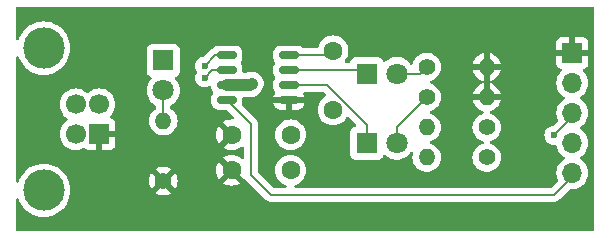
<source format=gtl>
G04 #@! TF.GenerationSoftware,KiCad,Pcbnew,8.0.7*
G04 #@! TF.CreationDate,2025-01-23T22:17:45+09:00*
G04 #@! TF.ProjectId,ch340_silial_release,63683334-305f-4736-996c-69616c5f7265,rev?*
G04 #@! TF.SameCoordinates,Original*
G04 #@! TF.FileFunction,Copper,L1,Top*
G04 #@! TF.FilePolarity,Positive*
%FSLAX46Y46*%
G04 Gerber Fmt 4.6, Leading zero omitted, Abs format (unit mm)*
G04 Created by KiCad (PCBNEW 8.0.7) date 2025-01-23 22:17:45*
%MOMM*%
%LPD*%
G01*
G04 APERTURE LIST*
G04 Aperture macros list*
%AMRoundRect*
0 Rectangle with rounded corners*
0 $1 Rounding radius*
0 $2 $3 $4 $5 $6 $7 $8 $9 X,Y pos of 4 corners*
0 Add a 4 corners polygon primitive as box body*
4,1,4,$2,$3,$4,$5,$6,$7,$8,$9,$2,$3,0*
0 Add four circle primitives for the rounded corners*
1,1,$1+$1,$2,$3*
1,1,$1+$1,$4,$5*
1,1,$1+$1,$6,$7*
1,1,$1+$1,$8,$9*
0 Add four rect primitives between the rounded corners*
20,1,$1+$1,$2,$3,$4,$5,0*
20,1,$1+$1,$4,$5,$6,$7,0*
20,1,$1+$1,$6,$7,$8,$9,0*
20,1,$1+$1,$8,$9,$2,$3,0*%
G04 Aperture macros list end*
G04 #@! TA.AperFunction,ComponentPad*
%ADD10R,1.700000X1.700000*%
G04 #@! TD*
G04 #@! TA.AperFunction,ComponentPad*
%ADD11C,1.700000*%
G04 #@! TD*
G04 #@! TA.AperFunction,ComponentPad*
%ADD12C,3.500000*%
G04 #@! TD*
G04 #@! TA.AperFunction,ComponentPad*
%ADD13C,1.400000*%
G04 #@! TD*
G04 #@! TA.AperFunction,ComponentPad*
%ADD14O,1.400000X1.400000*%
G04 #@! TD*
G04 #@! TA.AperFunction,ComponentPad*
%ADD15C,1.600000*%
G04 #@! TD*
G04 #@! TA.AperFunction,ComponentPad*
%ADD16R,1.800000X1.800000*%
G04 #@! TD*
G04 #@! TA.AperFunction,ComponentPad*
%ADD17C,1.800000*%
G04 #@! TD*
G04 #@! TA.AperFunction,ComponentPad*
%ADD18O,1.700000X1.700000*%
G04 #@! TD*
G04 #@! TA.AperFunction,SMDPad,CuDef*
%ADD19RoundRect,0.150000X-0.675000X-0.150000X0.675000X-0.150000X0.675000X0.150000X-0.675000X0.150000X0*%
G04 #@! TD*
G04 #@! TA.AperFunction,ViaPad*
%ADD20C,0.600000*%
G04 #@! TD*
G04 #@! TA.AperFunction,Conductor*
%ADD21C,0.200000*%
G04 #@! TD*
G04 #@! TA.AperFunction,Conductor*
%ADD22C,1.000000*%
G04 #@! TD*
G04 APERTURE END LIST*
D10*
X107577500Y-61275000D03*
D11*
X107577500Y-58775000D03*
X105577500Y-58775000D03*
X105577500Y-61275000D03*
D12*
X102867500Y-66045000D03*
X102867500Y-54005000D03*
D13*
X135292800Y-58152266D03*
D14*
X140372800Y-58152266D03*
X140372800Y-55600600D03*
D13*
X135292800Y-55600600D03*
X113000000Y-65252600D03*
D14*
X113000000Y-60172600D03*
D13*
X140372800Y-60703932D03*
D14*
X135292800Y-60703932D03*
D13*
X140372800Y-63255600D03*
D14*
X135292800Y-63255600D03*
D15*
X123772000Y-64341000D03*
X118772000Y-64341000D03*
X123772000Y-61341000D03*
X118772000Y-61341000D03*
X127368000Y-54229000D03*
X127368000Y-59229000D03*
D16*
X130212800Y-56159400D03*
D17*
X132752800Y-56159400D03*
D16*
X130212800Y-62052200D03*
D17*
X132752800Y-62052200D03*
D10*
X147623900Y-54413200D03*
D18*
X147623900Y-56953200D03*
X147623900Y-59493200D03*
X147623900Y-62033200D03*
X147623900Y-64573200D03*
D19*
X118375000Y-54600000D03*
X118375000Y-55870000D03*
X118375000Y-57140000D03*
X118375000Y-58410000D03*
X123625000Y-58410000D03*
X123625000Y-57140000D03*
X123625000Y-55870000D03*
X123625000Y-54600000D03*
D16*
X113000000Y-55041800D03*
D17*
X113000000Y-57581800D03*
D20*
X146062400Y-61391800D03*
X120500000Y-57005000D03*
X116500000Y-55505000D03*
X116500000Y-56505000D03*
D21*
X146084000Y-66421000D02*
X148000000Y-64505000D01*
X120408400Y-64744600D02*
X122084800Y-66421000D01*
X120408400Y-60443400D02*
X120408400Y-64744600D01*
X122084800Y-66421000D02*
X146084000Y-66421000D01*
X118375000Y-58410000D02*
X120408400Y-60443400D01*
X113000000Y-60172600D02*
X113000000Y-57581800D01*
X146062400Y-61362600D02*
X148000000Y-59425000D01*
X146062400Y-61391800D02*
X146062400Y-61362600D01*
X132752800Y-60692266D02*
X135292800Y-58152266D01*
X132752800Y-62052200D02*
X132752800Y-60692266D01*
X134734000Y-56159400D02*
X135292800Y-55600600D01*
X132752800Y-56159400D02*
X134734000Y-56159400D01*
X130212800Y-60518165D02*
X130212800Y-62052200D01*
X126834635Y-57140000D02*
X130212800Y-60518165D01*
X123625000Y-57140000D02*
X126834635Y-57140000D01*
X129923400Y-55870000D02*
X130212800Y-56159400D01*
X123625000Y-55870000D02*
X129923400Y-55870000D01*
X126997000Y-54600000D02*
X127368000Y-54229000D01*
X123625000Y-54600000D02*
X126997000Y-54600000D01*
D22*
X118375000Y-57140000D02*
X120365000Y-57140000D01*
X120365000Y-57140000D02*
X120500000Y-57005000D01*
D21*
X118375000Y-54600000D02*
X118570552Y-54600000D01*
X118570552Y-54600000D02*
X117405000Y-54600000D01*
X117405000Y-54600000D02*
X116500000Y-55505000D01*
X117135000Y-55870000D02*
X116500000Y-56505000D01*
X118375000Y-55870000D02*
X117135000Y-55870000D01*
G04 #@! TA.AperFunction,Conductor*
G36*
X149442539Y-50520185D02*
G01*
X149488294Y-50572989D01*
X149499500Y-50624500D01*
X149499500Y-69375500D01*
X149479815Y-69442539D01*
X149427011Y-69488294D01*
X149375500Y-69499500D01*
X100624500Y-69499500D01*
X100557461Y-69479815D01*
X100511706Y-69427011D01*
X100500500Y-69375500D01*
X100500500Y-66824418D01*
X100520185Y-66757379D01*
X100572989Y-66711624D01*
X100642147Y-66701680D01*
X100705703Y-66730705D01*
X100741919Y-66784559D01*
X100783849Y-66908080D01*
X100914325Y-67172660D01*
X100914329Y-67172667D01*
X101078225Y-67417955D01*
X101272741Y-67639758D01*
X101494543Y-67834273D01*
X101739835Y-67998172D01*
X102004423Y-68128652D01*
X102283778Y-68223481D01*
X102573120Y-68281034D01*
X102601388Y-68282886D01*
X102867493Y-68300329D01*
X102867500Y-68300329D01*
X102867507Y-68300329D01*
X103103175Y-68284881D01*
X103161880Y-68281034D01*
X103451222Y-68223481D01*
X103730577Y-68128652D01*
X103995165Y-67998172D01*
X104240457Y-67834273D01*
X104462258Y-67639758D01*
X104656773Y-67417957D01*
X104820672Y-67172665D01*
X104951152Y-66908077D01*
X105045981Y-66628722D01*
X105103534Y-66339380D01*
X105108771Y-66259480D01*
X112346671Y-66259480D01*
X112462823Y-66331398D01*
X112462824Y-66331399D01*
X112670195Y-66411734D01*
X112888807Y-66452600D01*
X113111193Y-66452600D01*
X113329804Y-66411734D01*
X113537177Y-66331398D01*
X113537178Y-66331397D01*
X113653327Y-66259480D01*
X113000001Y-65606154D01*
X113000000Y-65606154D01*
X112346671Y-66259480D01*
X105108771Y-66259480D01*
X105122829Y-66045000D01*
X105122829Y-66044992D01*
X105103535Y-65750636D01*
X105103534Y-65750620D01*
X105045981Y-65461278D01*
X104975143Y-65252599D01*
X111794859Y-65252599D01*
X111794859Y-65252600D01*
X111815378Y-65474039D01*
X111876240Y-65687950D01*
X111975364Y-65887019D01*
X111975366Y-65887021D01*
X111991138Y-65907906D01*
X112646446Y-65252600D01*
X112646446Y-65252599D01*
X112600369Y-65206522D01*
X112650000Y-65206522D01*
X112650000Y-65298678D01*
X112673852Y-65387695D01*
X112719930Y-65467505D01*
X112785095Y-65532670D01*
X112864905Y-65578748D01*
X112953922Y-65602600D01*
X113046078Y-65602600D01*
X113135095Y-65578748D01*
X113214905Y-65532670D01*
X113280070Y-65467505D01*
X113326148Y-65387695D01*
X113350000Y-65298678D01*
X113350000Y-65252599D01*
X113353554Y-65252599D01*
X113353554Y-65252600D01*
X114008860Y-65907906D01*
X114008861Y-65907906D01*
X114024631Y-65887025D01*
X114024632Y-65887022D01*
X114123759Y-65687950D01*
X114184621Y-65474039D01*
X114205141Y-65252600D01*
X114205141Y-65252599D01*
X114184621Y-65031160D01*
X114123759Y-64817249D01*
X114024633Y-64618177D01*
X114024631Y-64618174D01*
X114008860Y-64597291D01*
X113353554Y-65252599D01*
X113350000Y-65252599D01*
X113350000Y-65206522D01*
X113326148Y-65117505D01*
X113280070Y-65037695D01*
X113214905Y-64972530D01*
X113135095Y-64926452D01*
X113046078Y-64902600D01*
X112953922Y-64902600D01*
X112864905Y-64926452D01*
X112785095Y-64972530D01*
X112719930Y-65037695D01*
X112673852Y-65117505D01*
X112650000Y-65206522D01*
X112600369Y-65206522D01*
X111991138Y-64597291D01*
X111991137Y-64597291D01*
X111975369Y-64618171D01*
X111876240Y-64817249D01*
X111815378Y-65031160D01*
X111794859Y-65252599D01*
X104975143Y-65252599D01*
X104951152Y-65181923D01*
X104820672Y-64917336D01*
X104656773Y-64672043D01*
X104591217Y-64597291D01*
X104462258Y-64450241D01*
X104240455Y-64255725D01*
X104225478Y-64245718D01*
X112346671Y-64245718D01*
X113000000Y-64899046D01*
X113000001Y-64899046D01*
X113653327Y-64245718D01*
X113653326Y-64245717D01*
X113537181Y-64173803D01*
X113537175Y-64173800D01*
X113329804Y-64093465D01*
X113111193Y-64052600D01*
X112888807Y-64052600D01*
X112670195Y-64093465D01*
X112462824Y-64173800D01*
X112462818Y-64173804D01*
X112346672Y-64245717D01*
X112346671Y-64245718D01*
X104225478Y-64245718D01*
X103995167Y-64091829D01*
X103995160Y-64091825D01*
X103730580Y-63961349D01*
X103451230Y-63866521D01*
X103451224Y-63866519D01*
X103451222Y-63866519D01*
X103161880Y-63808966D01*
X103161873Y-63808965D01*
X103161863Y-63808964D01*
X102867507Y-63789671D01*
X102867493Y-63789671D01*
X102573136Y-63808964D01*
X102573124Y-63808965D01*
X102573120Y-63808966D01*
X102573112Y-63808967D01*
X102573109Y-63808968D01*
X102283783Y-63866518D01*
X102283769Y-63866521D01*
X102004419Y-63961349D01*
X101739834Y-64091828D01*
X101494541Y-64255728D01*
X101272741Y-64450241D01*
X101078228Y-64672041D01*
X100914328Y-64917334D01*
X100783849Y-65181919D01*
X100741919Y-65305440D01*
X100701730Y-65362594D01*
X100637021Y-65388947D01*
X100568336Y-65376132D01*
X100517483Y-65328218D01*
X100500500Y-65265581D01*
X100500500Y-58774999D01*
X104221841Y-58774999D01*
X104221841Y-58775000D01*
X104242436Y-59010403D01*
X104242438Y-59010413D01*
X104303594Y-59238655D01*
X104303596Y-59238659D01*
X104303597Y-59238663D01*
X104388410Y-59420544D01*
X104403465Y-59452830D01*
X104403467Y-59452834D01*
X104463037Y-59537908D01*
X104539001Y-59646396D01*
X104539006Y-59646402D01*
X104706097Y-59813493D01*
X104706103Y-59813498D01*
X104863095Y-59923425D01*
X104906720Y-59978002D01*
X104913914Y-60047500D01*
X104882391Y-60109855D01*
X104863095Y-60126575D01*
X104706097Y-60236505D01*
X104539005Y-60403597D01*
X104403465Y-60597169D01*
X104403464Y-60597171D01*
X104303598Y-60811335D01*
X104303594Y-60811344D01*
X104242438Y-61039586D01*
X104242436Y-61039596D01*
X104221841Y-61274999D01*
X104221841Y-61275000D01*
X104242436Y-61510403D01*
X104242438Y-61510413D01*
X104303594Y-61738655D01*
X104303596Y-61738659D01*
X104303597Y-61738663D01*
X104341941Y-61820891D01*
X104403465Y-61952830D01*
X104403467Y-61952834D01*
X104473049Y-62052206D01*
X104539005Y-62146401D01*
X104706099Y-62313495D01*
X104782635Y-62367086D01*
X104899665Y-62449032D01*
X104899667Y-62449033D01*
X104899670Y-62449035D01*
X105113837Y-62548903D01*
X105342092Y-62610063D01*
X105512819Y-62625000D01*
X105577499Y-62630659D01*
X105577500Y-62630659D01*
X105577501Y-62630659D01*
X105623516Y-62626633D01*
X105812908Y-62610063D01*
X106041163Y-62548903D01*
X106232444Y-62459707D01*
X106301522Y-62449215D01*
X106365306Y-62477735D01*
X106369346Y-62481467D01*
X106485406Y-62568350D01*
X106485413Y-62568354D01*
X106620120Y-62618596D01*
X106620127Y-62618598D01*
X106679655Y-62624999D01*
X106679672Y-62625000D01*
X107327500Y-62625000D01*
X107327500Y-61661823D01*
X107399947Y-61703651D01*
X107516940Y-61735000D01*
X107638060Y-61735000D01*
X107755053Y-61703651D01*
X107827500Y-61661823D01*
X107827500Y-62625000D01*
X108475328Y-62625000D01*
X108475344Y-62624999D01*
X108534872Y-62618598D01*
X108534879Y-62618596D01*
X108669586Y-62568354D01*
X108669593Y-62568350D01*
X108784687Y-62482190D01*
X108784690Y-62482187D01*
X108870850Y-62367093D01*
X108870854Y-62367086D01*
X108921096Y-62232379D01*
X108921098Y-62232372D01*
X108927499Y-62172844D01*
X108927500Y-62172827D01*
X108927500Y-61525000D01*
X107964324Y-61525000D01*
X108006151Y-61452553D01*
X108037500Y-61335560D01*
X108037500Y-61214440D01*
X108006151Y-61097447D01*
X107964324Y-61025000D01*
X108927500Y-61025000D01*
X108927500Y-60377172D01*
X108927499Y-60377155D01*
X108921098Y-60317627D01*
X108921096Y-60317620D01*
X108870854Y-60182913D01*
X108870850Y-60182906D01*
X108784690Y-60067812D01*
X108784687Y-60067809D01*
X108669593Y-59981649D01*
X108669586Y-59981645D01*
X108567162Y-59943444D01*
X108511228Y-59901573D01*
X108486811Y-59836109D01*
X108501662Y-59767836D01*
X108522808Y-59739587D01*
X108615995Y-59646401D01*
X108751535Y-59452830D01*
X108851403Y-59238663D01*
X108912563Y-59010408D01*
X108933159Y-58775000D01*
X108912563Y-58539592D01*
X108855004Y-58324775D01*
X108851405Y-58311344D01*
X108851404Y-58311343D01*
X108851403Y-58311337D01*
X108751535Y-58097171D01*
X108750164Y-58095212D01*
X108615994Y-57903597D01*
X108448902Y-57736506D01*
X108448895Y-57736501D01*
X108420676Y-57716742D01*
X108396538Y-57699840D01*
X108255334Y-57600967D01*
X108255330Y-57600965D01*
X108255328Y-57600964D01*
X108214216Y-57581793D01*
X111594700Y-57581793D01*
X111594700Y-57581806D01*
X111613864Y-57813097D01*
X111613866Y-57813108D01*
X111670842Y-58038100D01*
X111764075Y-58250648D01*
X111891016Y-58444947D01*
X111891019Y-58444951D01*
X111891021Y-58444953D01*
X112048216Y-58615713D01*
X112048219Y-58615715D01*
X112048222Y-58615718D01*
X112231365Y-58758264D01*
X112231372Y-58758268D01*
X112231374Y-58758270D01*
X112284383Y-58786957D01*
X112334517Y-58814088D01*
X112384108Y-58863307D01*
X112399500Y-58923143D01*
X112399500Y-59063354D01*
X112379815Y-59130393D01*
X112340778Y-59168781D01*
X112273436Y-59210477D01*
X112109020Y-59360361D01*
X111974943Y-59537908D01*
X111974938Y-59537916D01*
X111875775Y-59737061D01*
X111875769Y-59737076D01*
X111814885Y-59951062D01*
X111814884Y-59951064D01*
X111794357Y-60172599D01*
X111794357Y-60172600D01*
X111814884Y-60394135D01*
X111814885Y-60394137D01*
X111875769Y-60608123D01*
X111875775Y-60608138D01*
X111974938Y-60807283D01*
X111974943Y-60807291D01*
X112109020Y-60984838D01*
X112273437Y-61134723D01*
X112273439Y-61134725D01*
X112462595Y-61251845D01*
X112462596Y-61251845D01*
X112462599Y-61251847D01*
X112670060Y-61332218D01*
X112888757Y-61373100D01*
X112888759Y-61373100D01*
X113111241Y-61373100D01*
X113111243Y-61373100D01*
X113329940Y-61332218D01*
X113537401Y-61251847D01*
X113726562Y-61134724D01*
X113890981Y-60984836D01*
X114025058Y-60807289D01*
X114124229Y-60608128D01*
X114185115Y-60394136D01*
X114205643Y-60172600D01*
X114185115Y-59951064D01*
X114124229Y-59737072D01*
X114120017Y-59728613D01*
X114025061Y-59537916D01*
X114025056Y-59537908D01*
X113890979Y-59360361D01*
X113726563Y-59210477D01*
X113726562Y-59210476D01*
X113659221Y-59168780D01*
X113612587Y-59116753D01*
X113600500Y-59063354D01*
X113600500Y-58923143D01*
X113620185Y-58856104D01*
X113665483Y-58814088D01*
X113768626Y-58758270D01*
X113951784Y-58615713D01*
X114108979Y-58444953D01*
X114235924Y-58250649D01*
X114329157Y-58038100D01*
X114386134Y-57813105D01*
X114386316Y-57810908D01*
X114405300Y-57581806D01*
X114405300Y-57581793D01*
X114386135Y-57350502D01*
X114386133Y-57350491D01*
X114329157Y-57125499D01*
X114235924Y-56912951D01*
X114108983Y-56718652D01*
X114108980Y-56718649D01*
X114108979Y-56718647D01*
X114014195Y-56615684D01*
X113983275Y-56553032D01*
X113991135Y-56483606D01*
X114035283Y-56429451D01*
X114062095Y-56415522D01*
X114070198Y-56412500D01*
X114142331Y-56385596D01*
X114257546Y-56299346D01*
X114343796Y-56184131D01*
X114394091Y-56049283D01*
X114400500Y-55989673D01*
X114400500Y-55504996D01*
X115694435Y-55504996D01*
X115694435Y-55505003D01*
X115714630Y-55684249D01*
X115714633Y-55684262D01*
X115774209Y-55854520D01*
X115827309Y-55939029D01*
X115846309Y-56006266D01*
X115827309Y-56070971D01*
X115774209Y-56155479D01*
X115714633Y-56325737D01*
X115714630Y-56325750D01*
X115694435Y-56504996D01*
X115694435Y-56505003D01*
X115714630Y-56684249D01*
X115714631Y-56684254D01*
X115774211Y-56854523D01*
X115845777Y-56968419D01*
X115870184Y-57007262D01*
X115997738Y-57134816D01*
X116052076Y-57168959D01*
X116141094Y-57224893D01*
X116150478Y-57230789D01*
X116288649Y-57279137D01*
X116320745Y-57290368D01*
X116320750Y-57290369D01*
X116499996Y-57310565D01*
X116500000Y-57310565D01*
X116500004Y-57310565D01*
X116679249Y-57290369D01*
X116679252Y-57290368D01*
X116679255Y-57290368D01*
X116849522Y-57230789D01*
X116849524Y-57230788D01*
X116859527Y-57224503D01*
X116926764Y-57205502D01*
X116993599Y-57225869D01*
X117038814Y-57279137D01*
X117049500Y-57329496D01*
X117049500Y-57355701D01*
X117052401Y-57392567D01*
X117052402Y-57392573D01*
X117098254Y-57550393D01*
X117098255Y-57550396D01*
X117098256Y-57550398D01*
X117116823Y-57581793D01*
X117181917Y-57691862D01*
X117186702Y-57698031D01*
X117184256Y-57699927D01*
X117210857Y-57748642D01*
X117205873Y-57818334D01*
X117185069Y-57850703D01*
X117186702Y-57851969D01*
X117181917Y-57858137D01*
X117098255Y-57999603D01*
X117098254Y-57999606D01*
X117052402Y-58157426D01*
X117052401Y-58157432D01*
X117049500Y-58194298D01*
X117049500Y-58625701D01*
X117052401Y-58662567D01*
X117052402Y-58662573D01*
X117098254Y-58820393D01*
X117098255Y-58820396D01*
X117098256Y-58820398D01*
X117104615Y-58831150D01*
X117181917Y-58961862D01*
X117181923Y-58961870D01*
X117298129Y-59078076D01*
X117298133Y-59078079D01*
X117298135Y-59078081D01*
X117439602Y-59161744D01*
X117481224Y-59173836D01*
X117597426Y-59207597D01*
X117597429Y-59207597D01*
X117597431Y-59207598D01*
X117634306Y-59210500D01*
X118274903Y-59210500D01*
X118341942Y-59230185D01*
X118362584Y-59246819D01*
X118947310Y-59831545D01*
X118980795Y-59892868D01*
X118975811Y-59962560D01*
X118933939Y-60018493D01*
X118868475Y-60042910D01*
X118848823Y-60042754D01*
X118772004Y-60036034D01*
X118771998Y-60036034D01*
X118545400Y-60055858D01*
X118545389Y-60055860D01*
X118325682Y-60114730D01*
X118325673Y-60114734D01*
X118119516Y-60210866D01*
X118119512Y-60210868D01*
X118046526Y-60261973D01*
X118046526Y-60261974D01*
X118725553Y-60941000D01*
X118719339Y-60941000D01*
X118617606Y-60968259D01*
X118526394Y-61020920D01*
X118451920Y-61095394D01*
X118399259Y-61186606D01*
X118372000Y-61288339D01*
X118372000Y-61294552D01*
X117692974Y-60615526D01*
X117692973Y-60615526D01*
X117641868Y-60688512D01*
X117641866Y-60688516D01*
X117545734Y-60894673D01*
X117545730Y-60894682D01*
X117486860Y-61114389D01*
X117486858Y-61114400D01*
X117467034Y-61340997D01*
X117467034Y-61341002D01*
X117486858Y-61567599D01*
X117486860Y-61567610D01*
X117545730Y-61787317D01*
X117545735Y-61787331D01*
X117641863Y-61993478D01*
X117692974Y-62066472D01*
X118372000Y-61387446D01*
X118372000Y-61393661D01*
X118399259Y-61495394D01*
X118451920Y-61586606D01*
X118526394Y-61661080D01*
X118617606Y-61713741D01*
X118719339Y-61741000D01*
X118725552Y-61741000D01*
X118046526Y-62420025D01*
X118119513Y-62471132D01*
X118119521Y-62471136D01*
X118325668Y-62567264D01*
X118325682Y-62567269D01*
X118545389Y-62626139D01*
X118545400Y-62626141D01*
X118771998Y-62645966D01*
X118772002Y-62645966D01*
X118998599Y-62626141D01*
X118998610Y-62626139D01*
X119218317Y-62567269D01*
X119218326Y-62567265D01*
X119424482Y-62471134D01*
X119612776Y-62339288D01*
X119678982Y-62316961D01*
X119746749Y-62333971D01*
X119794563Y-62384919D01*
X119807900Y-62440863D01*
X119807900Y-63241136D01*
X119788215Y-63308175D01*
X119735411Y-63353930D01*
X119666253Y-63363874D01*
X119612776Y-63342711D01*
X119424482Y-63210866D01*
X119218326Y-63114734D01*
X119218317Y-63114730D01*
X118998610Y-63055860D01*
X118998599Y-63055858D01*
X118772002Y-63036034D01*
X118771998Y-63036034D01*
X118545400Y-63055858D01*
X118545389Y-63055860D01*
X118325682Y-63114730D01*
X118325673Y-63114734D01*
X118119516Y-63210866D01*
X118119512Y-63210868D01*
X118046526Y-63261973D01*
X118046526Y-63261974D01*
X118725554Y-63941000D01*
X118719339Y-63941000D01*
X118617606Y-63968259D01*
X118526394Y-64020920D01*
X118451920Y-64095394D01*
X118399259Y-64186606D01*
X118372000Y-64288339D01*
X118372000Y-64294552D01*
X117692974Y-63615526D01*
X117692973Y-63615526D01*
X117641868Y-63688512D01*
X117641866Y-63688516D01*
X117545734Y-63894673D01*
X117545730Y-63894682D01*
X117486860Y-64114389D01*
X117486858Y-64114400D01*
X117467034Y-64340997D01*
X117467034Y-64341002D01*
X117486858Y-64567599D01*
X117486860Y-64567610D01*
X117545730Y-64787317D01*
X117545735Y-64787331D01*
X117641863Y-64993478D01*
X117692974Y-65066472D01*
X118372000Y-64387446D01*
X118372000Y-64393661D01*
X118399259Y-64495394D01*
X118451920Y-64586606D01*
X118526394Y-64661080D01*
X118617606Y-64713741D01*
X118719339Y-64741000D01*
X118725553Y-64741000D01*
X118046526Y-65420025D01*
X118119513Y-65471132D01*
X118119521Y-65471136D01*
X118325668Y-65567264D01*
X118325682Y-65567269D01*
X118545389Y-65626139D01*
X118545400Y-65626141D01*
X118771998Y-65645966D01*
X118772002Y-65645966D01*
X118998599Y-65626141D01*
X118998610Y-65626139D01*
X119218317Y-65567269D01*
X119218331Y-65567264D01*
X119424478Y-65471136D01*
X119497471Y-65420024D01*
X118818447Y-64741000D01*
X118824661Y-64741000D01*
X118926394Y-64713741D01*
X119017606Y-64661080D01*
X119092080Y-64586606D01*
X119144741Y-64495394D01*
X119172000Y-64393661D01*
X119172000Y-64387446D01*
X119861649Y-65077097D01*
X119890090Y-65082813D01*
X119920919Y-65108782D01*
X119922133Y-65107569D01*
X120046749Y-65232185D01*
X120046754Y-65232189D01*
X121716084Y-66901520D01*
X121716086Y-66901521D01*
X121716090Y-66901524D01*
X121853009Y-66980573D01*
X121853016Y-66980577D01*
X122005743Y-67021501D01*
X122005745Y-67021501D01*
X122171454Y-67021501D01*
X122171470Y-67021500D01*
X145997331Y-67021500D01*
X145997347Y-67021501D01*
X146004943Y-67021501D01*
X146163054Y-67021501D01*
X146163057Y-67021501D01*
X146315785Y-66980577D01*
X146365904Y-66951639D01*
X146452716Y-66901520D01*
X146564520Y-66789716D01*
X146564520Y-66789714D01*
X146574728Y-66779507D01*
X146574730Y-66779504D01*
X147400462Y-65953771D01*
X147461783Y-65920288D01*
X147498944Y-65917926D01*
X147623900Y-65928859D01*
X147859308Y-65908263D01*
X148087563Y-65847103D01*
X148301730Y-65747235D01*
X148495301Y-65611695D01*
X148662395Y-65444601D01*
X148797935Y-65251030D01*
X148897803Y-65036863D01*
X148958963Y-64808608D01*
X148979559Y-64573200D01*
X148958963Y-64337792D01*
X148897803Y-64109537D01*
X148797935Y-63895371D01*
X148797447Y-63894673D01*
X148662394Y-63701797D01*
X148495302Y-63534706D01*
X148495296Y-63534701D01*
X148309742Y-63404775D01*
X148266117Y-63350198D01*
X148258923Y-63280700D01*
X148290446Y-63218345D01*
X148309742Y-63201625D01*
X148433835Y-63114734D01*
X148495301Y-63071695D01*
X148662395Y-62904601D01*
X148797935Y-62711030D01*
X148897803Y-62496863D01*
X148958963Y-62268608D01*
X148979559Y-62033200D01*
X148958963Y-61797792D01*
X148898210Y-61571055D01*
X148897805Y-61569544D01*
X148897804Y-61569543D01*
X148897803Y-61569537D01*
X148797935Y-61355371D01*
X148787873Y-61341000D01*
X148662394Y-61161797D01*
X148495302Y-60994706D01*
X148495296Y-60994701D01*
X148309742Y-60864775D01*
X148266117Y-60810198D01*
X148258923Y-60740700D01*
X148290446Y-60678345D01*
X148309742Y-60661625D01*
X148386143Y-60608128D01*
X148495301Y-60531695D01*
X148662395Y-60364601D01*
X148797935Y-60171030D01*
X148897803Y-59956863D01*
X148958963Y-59728608D01*
X148979559Y-59493200D01*
X148958963Y-59257792D01*
X148897803Y-59029537D01*
X148797935Y-58815371D01*
X148778040Y-58786957D01*
X148662394Y-58621797D01*
X148495302Y-58454706D01*
X148495296Y-58454701D01*
X148309742Y-58324775D01*
X148266117Y-58270198D01*
X148258923Y-58200700D01*
X148290446Y-58138345D01*
X148309742Y-58121625D01*
X148346737Y-58095721D01*
X148495301Y-57991695D01*
X148662395Y-57824601D01*
X148797935Y-57631030D01*
X148897803Y-57416863D01*
X148958963Y-57188608D01*
X148979559Y-56953200D01*
X148958963Y-56717792D01*
X148897803Y-56489537D01*
X148797935Y-56275371D01*
X148769869Y-56235289D01*
X148662396Y-56081800D01*
X148616545Y-56035949D01*
X148540079Y-55959483D01*
X148506596Y-55898163D01*
X148511580Y-55828471D01*
X148553451Y-55772537D01*
X148584429Y-55755622D01*
X148715986Y-55706554D01*
X148715993Y-55706550D01*
X148831087Y-55620390D01*
X148831090Y-55620387D01*
X148917250Y-55505293D01*
X148917254Y-55505286D01*
X148967496Y-55370579D01*
X148967498Y-55370572D01*
X148973899Y-55311044D01*
X148973900Y-55311027D01*
X148973900Y-54663200D01*
X148056912Y-54663200D01*
X148089825Y-54606193D01*
X148123900Y-54479026D01*
X148123900Y-54347374D01*
X148089825Y-54220207D01*
X148056912Y-54163200D01*
X148973900Y-54163200D01*
X148973900Y-53515372D01*
X148973899Y-53515355D01*
X148967498Y-53455827D01*
X148967496Y-53455820D01*
X148917254Y-53321113D01*
X148917250Y-53321106D01*
X148831090Y-53206012D01*
X148831087Y-53206009D01*
X148715993Y-53119849D01*
X148715986Y-53119845D01*
X148581279Y-53069603D01*
X148581272Y-53069601D01*
X148521744Y-53063200D01*
X147873900Y-53063200D01*
X147873900Y-53980188D01*
X147816893Y-53947275D01*
X147689726Y-53913200D01*
X147558074Y-53913200D01*
X147430907Y-53947275D01*
X147373900Y-53980188D01*
X147373900Y-53063200D01*
X146726055Y-53063200D01*
X146666527Y-53069601D01*
X146666520Y-53069603D01*
X146531813Y-53119845D01*
X146531806Y-53119849D01*
X146416712Y-53206009D01*
X146416709Y-53206012D01*
X146330549Y-53321106D01*
X146330545Y-53321113D01*
X146280303Y-53455820D01*
X146280301Y-53455827D01*
X146273900Y-53515355D01*
X146273900Y-54163200D01*
X147190888Y-54163200D01*
X147157975Y-54220207D01*
X147123900Y-54347374D01*
X147123900Y-54479026D01*
X147157975Y-54606193D01*
X147190888Y-54663200D01*
X146273900Y-54663200D01*
X146273900Y-55311044D01*
X146280301Y-55370572D01*
X146280303Y-55370579D01*
X146330545Y-55505286D01*
X146330549Y-55505293D01*
X146416709Y-55620387D01*
X146416712Y-55620390D01*
X146531806Y-55706550D01*
X146531813Y-55706554D01*
X146663370Y-55755621D01*
X146719303Y-55797492D01*
X146743721Y-55862956D01*
X146728870Y-55931229D01*
X146707719Y-55959484D01*
X146585403Y-56081800D01*
X146449865Y-56275369D01*
X146449864Y-56275371D01*
X146349998Y-56489535D01*
X146349994Y-56489544D01*
X146288838Y-56717786D01*
X146288836Y-56717796D01*
X146268241Y-56953199D01*
X146268241Y-56953200D01*
X146288836Y-57188603D01*
X146288838Y-57188613D01*
X146349994Y-57416855D01*
X146349996Y-57416859D01*
X146349997Y-57416863D01*
X146435845Y-57600964D01*
X146449865Y-57631030D01*
X146449867Y-57631034D01*
X146523719Y-57736505D01*
X146577355Y-57813105D01*
X146585401Y-57824595D01*
X146585406Y-57824602D01*
X146752497Y-57991693D01*
X146752503Y-57991698D01*
X146938058Y-58121625D01*
X146981683Y-58176202D01*
X146988877Y-58245700D01*
X146957354Y-58308055D01*
X146938058Y-58324775D01*
X146752497Y-58454705D01*
X146585405Y-58621797D01*
X146449865Y-58815369D01*
X146449864Y-58815371D01*
X146349998Y-59029535D01*
X146349994Y-59029544D01*
X146288838Y-59257786D01*
X146288836Y-59257796D01*
X146268241Y-59493199D01*
X146268241Y-59493200D01*
X146288836Y-59728603D01*
X146288838Y-59728613D01*
X146349994Y-59956855D01*
X146349996Y-59956859D01*
X146349997Y-59956863D01*
X146396159Y-60055858D01*
X146398818Y-60061560D01*
X146409310Y-60130638D01*
X146380790Y-60194422D01*
X146374117Y-60201646D01*
X146010957Y-60564806D01*
X145949634Y-60598291D01*
X145937162Y-60600345D01*
X145883145Y-60606432D01*
X145712878Y-60666010D01*
X145560137Y-60761984D01*
X145432584Y-60889537D01*
X145336611Y-61042276D01*
X145277031Y-61212545D01*
X145277030Y-61212550D01*
X145256835Y-61391796D01*
X145256835Y-61391803D01*
X145277030Y-61571049D01*
X145277031Y-61571054D01*
X145336611Y-61741323D01*
X145386610Y-61820895D01*
X145432584Y-61894062D01*
X145560138Y-62021616D01*
X145712878Y-62117589D01*
X145870739Y-62172827D01*
X145883145Y-62177168D01*
X145883150Y-62177169D01*
X146062396Y-62197365D01*
X146062400Y-62197365D01*
X146062402Y-62197365D01*
X146120652Y-62190801D01*
X146157631Y-62186635D01*
X146226453Y-62198689D01*
X146277832Y-62246038D01*
X146291289Y-62277760D01*
X146292829Y-62283505D01*
X146349994Y-62496855D01*
X146349996Y-62496859D01*
X146349997Y-62496863D01*
X146410510Y-62626633D01*
X146449865Y-62711030D01*
X146449867Y-62711034D01*
X146585401Y-62904595D01*
X146585406Y-62904602D01*
X146752497Y-63071693D01*
X146752503Y-63071698D01*
X146938058Y-63201625D01*
X146981683Y-63256202D01*
X146988877Y-63325700D01*
X146957354Y-63388055D01*
X146938058Y-63404775D01*
X146752497Y-63534705D01*
X146585405Y-63701797D01*
X146449865Y-63895369D01*
X146449864Y-63895371D01*
X146349998Y-64109535D01*
X146349994Y-64109544D01*
X146288838Y-64337786D01*
X146288836Y-64337796D01*
X146268241Y-64573199D01*
X146268241Y-64573200D01*
X146288836Y-64808603D01*
X146288838Y-64808613D01*
X146349994Y-65036855D01*
X146349996Y-65036859D01*
X146349997Y-65036863D01*
X146387601Y-65117505D01*
X146398818Y-65141560D01*
X146409310Y-65210638D01*
X146380790Y-65274422D01*
X146374117Y-65281646D01*
X145871584Y-65784181D01*
X145810261Y-65817666D01*
X145783903Y-65820500D01*
X124217054Y-65820500D01*
X124150015Y-65800815D01*
X124104260Y-65748011D01*
X124094316Y-65678853D01*
X124123341Y-65615297D01*
X124182119Y-65577523D01*
X124184961Y-65576725D01*
X124209119Y-65570251D01*
X124218496Y-65567739D01*
X124424734Y-65471568D01*
X124611139Y-65341047D01*
X124772047Y-65180139D01*
X124902568Y-64993734D01*
X124998739Y-64787496D01*
X125057635Y-64567692D01*
X125077468Y-64341000D01*
X125077187Y-64337792D01*
X125066683Y-64217724D01*
X125057635Y-64114308D01*
X124998739Y-63894504D01*
X124902568Y-63688266D01*
X124772047Y-63501861D01*
X124772045Y-63501858D01*
X124611141Y-63340954D01*
X124424734Y-63210432D01*
X124424732Y-63210431D01*
X124218497Y-63114261D01*
X124218488Y-63114258D01*
X123998697Y-63055366D01*
X123998693Y-63055365D01*
X123998692Y-63055365D01*
X123998691Y-63055364D01*
X123998686Y-63055364D01*
X123772002Y-63035532D01*
X123771998Y-63035532D01*
X123545313Y-63055364D01*
X123545302Y-63055366D01*
X123325511Y-63114258D01*
X123325502Y-63114261D01*
X123119267Y-63210431D01*
X123119265Y-63210432D01*
X122932858Y-63340954D01*
X122771954Y-63501858D01*
X122641432Y-63688265D01*
X122641431Y-63688267D01*
X122545261Y-63894502D01*
X122545258Y-63894511D01*
X122486366Y-64114302D01*
X122486364Y-64114313D01*
X122466532Y-64340998D01*
X122466532Y-64341001D01*
X122486364Y-64567686D01*
X122486366Y-64567697D01*
X122545258Y-64787488D01*
X122545261Y-64787497D01*
X122641431Y-64993732D01*
X122641432Y-64993734D01*
X122771954Y-65180141D01*
X122932858Y-65341045D01*
X122932861Y-65341047D01*
X123119266Y-65471568D01*
X123325504Y-65567739D01*
X123325509Y-65567740D01*
X123325511Y-65567741D01*
X123359039Y-65576725D01*
X123418700Y-65613090D01*
X123449229Y-65675937D01*
X123440934Y-65745312D01*
X123396449Y-65799190D01*
X123329897Y-65820465D01*
X123326946Y-65820500D01*
X122384898Y-65820500D01*
X122317859Y-65800815D01*
X122297217Y-65784181D01*
X121045219Y-64532183D01*
X121011734Y-64470860D01*
X121008900Y-64444502D01*
X121008900Y-61340998D01*
X122466532Y-61340998D01*
X122466532Y-61341001D01*
X122486364Y-61567686D01*
X122486366Y-61567697D01*
X122545258Y-61787488D01*
X122545261Y-61787497D01*
X122641431Y-61993732D01*
X122641432Y-61993734D01*
X122771954Y-62180141D01*
X122932858Y-62341045D01*
X122932861Y-62341047D01*
X123119266Y-62471568D01*
X123325504Y-62567739D01*
X123545308Y-62626635D01*
X123707230Y-62640801D01*
X123771998Y-62646468D01*
X123772000Y-62646468D01*
X123772002Y-62646468D01*
X123828673Y-62641509D01*
X123998692Y-62626635D01*
X124218496Y-62567739D01*
X124424734Y-62471568D01*
X124611139Y-62341047D01*
X124772047Y-62180139D01*
X124902568Y-61993734D01*
X124998739Y-61787496D01*
X125057635Y-61567692D01*
X125077468Y-61341000D01*
X125077259Y-61338615D01*
X125066230Y-61212550D01*
X125057635Y-61114308D01*
X125007036Y-60925468D01*
X124998741Y-60894511D01*
X124998738Y-60894502D01*
X124984876Y-60864775D01*
X124902568Y-60688266D01*
X124792935Y-60531693D01*
X124772045Y-60501858D01*
X124611141Y-60340954D01*
X124424734Y-60210432D01*
X124424732Y-60210431D01*
X124218497Y-60114261D01*
X124218488Y-60114258D01*
X123998697Y-60055366D01*
X123998693Y-60055365D01*
X123998692Y-60055365D01*
X123998691Y-60055364D01*
X123998686Y-60055364D01*
X123772002Y-60035532D01*
X123771998Y-60035532D01*
X123545313Y-60055364D01*
X123545302Y-60055366D01*
X123325511Y-60114258D01*
X123325502Y-60114261D01*
X123119267Y-60210431D01*
X123119265Y-60210432D01*
X122932858Y-60340954D01*
X122771954Y-60501858D01*
X122641432Y-60688265D01*
X122641431Y-60688267D01*
X122545261Y-60894502D01*
X122545258Y-60894511D01*
X122486366Y-61114302D01*
X122486364Y-61114313D01*
X122466532Y-61340998D01*
X121008900Y-61340998D01*
X121008900Y-60532459D01*
X121008901Y-60532446D01*
X121008901Y-60364345D01*
X121008901Y-60364343D01*
X120967977Y-60211615D01*
X120921237Y-60130659D01*
X120888920Y-60074684D01*
X120777116Y-59962880D01*
X120777115Y-59962879D01*
X120772785Y-59958549D01*
X120772774Y-59958539D01*
X119699746Y-58885511D01*
X119666261Y-58824188D01*
X119668350Y-58763237D01*
X119697598Y-58662569D01*
X119697800Y-58660001D01*
X122302704Y-58660001D01*
X122302899Y-58662486D01*
X122348718Y-58820198D01*
X122432314Y-58961552D01*
X122432321Y-58961561D01*
X122548438Y-59077678D01*
X122548447Y-59077685D01*
X122689803Y-59161282D01*
X122689806Y-59161283D01*
X122847504Y-59207099D01*
X122847510Y-59207100D01*
X122884350Y-59209999D01*
X122884366Y-59210000D01*
X123375000Y-59210000D01*
X123875000Y-59210000D01*
X124365634Y-59210000D01*
X124365649Y-59209999D01*
X124402489Y-59207100D01*
X124402495Y-59207099D01*
X124560193Y-59161283D01*
X124560196Y-59161282D01*
X124701552Y-59077685D01*
X124701561Y-59077678D01*
X124817678Y-58961561D01*
X124817685Y-58961552D01*
X124901281Y-58820198D01*
X124947100Y-58662486D01*
X124947295Y-58660001D01*
X124947295Y-58660000D01*
X123875000Y-58660000D01*
X123875000Y-59210000D01*
X123375000Y-59210000D01*
X123375000Y-58660000D01*
X122302705Y-58660000D01*
X122302704Y-58660001D01*
X119697800Y-58660001D01*
X119700500Y-58625694D01*
X119700500Y-58264500D01*
X119720185Y-58197461D01*
X119772989Y-58151706D01*
X119824500Y-58140500D01*
X120463542Y-58140500D01*
X120482870Y-58136655D01*
X120560188Y-58121275D01*
X120656836Y-58102051D01*
X120737837Y-58068499D01*
X120838914Y-58026632D01*
X121002782Y-57917139D01*
X121142139Y-57777782D01*
X121142141Y-57777778D01*
X121277139Y-57642781D01*
X121386631Y-57478914D01*
X121462051Y-57296836D01*
X121500500Y-57103540D01*
X121500500Y-56906460D01*
X121500500Y-56906457D01*
X121500499Y-56906455D01*
X121484943Y-56828249D01*
X121462051Y-56713164D01*
X121386631Y-56531086D01*
X121386629Y-56531083D01*
X121386627Y-56531079D01*
X121277139Y-56367219D01*
X121277136Y-56367215D01*
X121137784Y-56227863D01*
X121137780Y-56227860D01*
X120973920Y-56118372D01*
X120973910Y-56118367D01*
X120791836Y-56042949D01*
X120791828Y-56042947D01*
X120598543Y-56004500D01*
X120598540Y-56004500D01*
X120401460Y-56004500D01*
X120401457Y-56004500D01*
X120208171Y-56042947D01*
X120208163Y-56042949D01*
X120026086Y-56118368D01*
X120025734Y-56118604D01*
X120025520Y-56118670D01*
X120020716Y-56121239D01*
X120020228Y-56120327D01*
X119959056Y-56139480D01*
X119956846Y-56139500D01*
X119824500Y-56139500D01*
X119757461Y-56119815D01*
X119711706Y-56067011D01*
X119700500Y-56015500D01*
X119700500Y-55654313D01*
X119700499Y-55654298D01*
X119699899Y-55646678D01*
X119697598Y-55617431D01*
X119692463Y-55599758D01*
X119651745Y-55459606D01*
X119651744Y-55459603D01*
X119651744Y-55459602D01*
X119568081Y-55318135D01*
X119568078Y-55318132D01*
X119563298Y-55311969D01*
X119565750Y-55310066D01*
X119539155Y-55261421D01*
X119544104Y-55191726D01*
X119564940Y-55159304D01*
X119563298Y-55158031D01*
X119568075Y-55151870D01*
X119568081Y-55151865D01*
X119651744Y-55010398D01*
X119693092Y-54868080D01*
X119697597Y-54852573D01*
X119697598Y-54852567D01*
X119700499Y-54815701D01*
X119700500Y-54815694D01*
X119700500Y-54384306D01*
X119700499Y-54384298D01*
X122299500Y-54384298D01*
X122299500Y-54815701D01*
X122302401Y-54852567D01*
X122302402Y-54852573D01*
X122348254Y-55010393D01*
X122348255Y-55010396D01*
X122348256Y-55010398D01*
X122382404Y-55068139D01*
X122431917Y-55151862D01*
X122436702Y-55158031D01*
X122434256Y-55159927D01*
X122460857Y-55208642D01*
X122455873Y-55278334D01*
X122435069Y-55310703D01*
X122436702Y-55311969D01*
X122431917Y-55318137D01*
X122348255Y-55459603D01*
X122348254Y-55459606D01*
X122302402Y-55617426D01*
X122302401Y-55617432D01*
X122299500Y-55654298D01*
X122299500Y-56085701D01*
X122302401Y-56122567D01*
X122302402Y-56122573D01*
X122348254Y-56280393D01*
X122348255Y-56280396D01*
X122431917Y-56421862D01*
X122436702Y-56428031D01*
X122434256Y-56429927D01*
X122460857Y-56478642D01*
X122455873Y-56548334D01*
X122435069Y-56580703D01*
X122436702Y-56581969D01*
X122431917Y-56588137D01*
X122348255Y-56729603D01*
X122348254Y-56729606D01*
X122302402Y-56887426D01*
X122302401Y-56887432D01*
X122299500Y-56924298D01*
X122299500Y-57355701D01*
X122302401Y-57392567D01*
X122302402Y-57392573D01*
X122348254Y-57550393D01*
X122348255Y-57550396D01*
X122348256Y-57550398D01*
X122366823Y-57581793D01*
X122431917Y-57691862D01*
X122436702Y-57698031D01*
X122434369Y-57699840D01*
X122461210Y-57748995D01*
X122456226Y-57818687D01*
X122435470Y-57851021D01*
X122437097Y-57852283D01*
X122432313Y-57858449D01*
X122348718Y-57999801D01*
X122302899Y-58157513D01*
X122302704Y-58159998D01*
X122302705Y-58160000D01*
X124947295Y-58160000D01*
X124947295Y-58159998D01*
X124947100Y-58157513D01*
X124901281Y-57999801D01*
X124858594Y-57927621D01*
X124841411Y-57859897D01*
X124863571Y-57793635D01*
X124918037Y-57749871D01*
X124965326Y-57740500D01*
X126534538Y-57740500D01*
X126601577Y-57760185D01*
X126622219Y-57776819D01*
X126745922Y-57900522D01*
X126779407Y-57961845D01*
X126774423Y-58031537D01*
X126732551Y-58087470D01*
X126719667Y-58095212D01*
X126719961Y-58095721D01*
X126715268Y-58098430D01*
X126528858Y-58228954D01*
X126367954Y-58389858D01*
X126237432Y-58576265D01*
X126237431Y-58576267D01*
X126141261Y-58782502D01*
X126141258Y-58782511D01*
X126082366Y-59002302D01*
X126082364Y-59002313D01*
X126062532Y-59228993D01*
X126062532Y-59229001D01*
X126082364Y-59455686D01*
X126082366Y-59455697D01*
X126141258Y-59675488D01*
X126141261Y-59675497D01*
X126237431Y-59881732D01*
X126237432Y-59881734D01*
X126367954Y-60068141D01*
X126528858Y-60229045D01*
X126528861Y-60229047D01*
X126715266Y-60359568D01*
X126921504Y-60455739D01*
X127141308Y-60514635D01*
X127303230Y-60528801D01*
X127367998Y-60534468D01*
X127368000Y-60534468D01*
X127368002Y-60534468D01*
X127424673Y-60529509D01*
X127594692Y-60514635D01*
X127814496Y-60455739D01*
X128020734Y-60359568D01*
X128207139Y-60229047D01*
X128368047Y-60068139D01*
X128498568Y-59881734D01*
X128498572Y-59881725D01*
X128501276Y-59877043D01*
X128503537Y-59878348D01*
X128542336Y-59834072D01*
X128609484Y-59814760D01*
X128676413Y-59834817D01*
X128696476Y-59851077D01*
X129291295Y-60445896D01*
X129324780Y-60507219D01*
X129319796Y-60576911D01*
X129277924Y-60632844D01*
X129216869Y-60656867D01*
X129205316Y-60658109D01*
X129070471Y-60708402D01*
X129070464Y-60708406D01*
X128955255Y-60794652D01*
X128955252Y-60794655D01*
X128869006Y-60909864D01*
X128869002Y-60909871D01*
X128818708Y-61044717D01*
X128812301Y-61104316D01*
X128812300Y-61104335D01*
X128812301Y-63000063D01*
X128812301Y-63000076D01*
X128818708Y-63059683D01*
X128869002Y-63194528D01*
X128869006Y-63194535D01*
X128955252Y-63309744D01*
X128955255Y-63309747D01*
X129070464Y-63395993D01*
X129070471Y-63395997D01*
X129205317Y-63446291D01*
X129205316Y-63446291D01*
X129212244Y-63447035D01*
X129264927Y-63452700D01*
X131160672Y-63452699D01*
X131220283Y-63446291D01*
X131355131Y-63395996D01*
X131470346Y-63309746D01*
X131556596Y-63194531D01*
X131585255Y-63117693D01*
X131627126Y-63061759D01*
X131692590Y-63037341D01*
X131760863Y-63052192D01*
X131792666Y-63077043D01*
X131800102Y-63085120D01*
X131801015Y-63086112D01*
X131801022Y-63086118D01*
X131984165Y-63228664D01*
X131984171Y-63228668D01*
X131984174Y-63228670D01*
X132188297Y-63339136D01*
X132302287Y-63378268D01*
X132407815Y-63414497D01*
X132407817Y-63414497D01*
X132407819Y-63414498D01*
X132636751Y-63452700D01*
X132636752Y-63452700D01*
X132868848Y-63452700D01*
X132868849Y-63452700D01*
X133097781Y-63414498D01*
X133317303Y-63339136D01*
X133521426Y-63228670D01*
X133704584Y-63086113D01*
X133861779Y-62915353D01*
X133910769Y-62840367D01*
X133963915Y-62795010D01*
X134033146Y-62785586D01*
X134096482Y-62815087D01*
X134133814Y-62874147D01*
X134133844Y-62942121D01*
X134107686Y-63034062D01*
X134107684Y-63034068D01*
X134087157Y-63255599D01*
X134087157Y-63255600D01*
X134107684Y-63477135D01*
X134107685Y-63477137D01*
X134168569Y-63691123D01*
X134168575Y-63691138D01*
X134267738Y-63890283D01*
X134267743Y-63890291D01*
X134401820Y-64067838D01*
X134566237Y-64217723D01*
X134566239Y-64217725D01*
X134755395Y-64334845D01*
X134755396Y-64334845D01*
X134755399Y-64334847D01*
X134962860Y-64415218D01*
X135181557Y-64456100D01*
X135181559Y-64456100D01*
X135404041Y-64456100D01*
X135404043Y-64456100D01*
X135622740Y-64415218D01*
X135830201Y-64334847D01*
X136019362Y-64217724D01*
X136183781Y-64067836D01*
X136317858Y-63890289D01*
X136417029Y-63691128D01*
X136477915Y-63477136D01*
X136498443Y-63255600D01*
X136495947Y-63228668D01*
X136477915Y-63034064D01*
X136477914Y-63034062D01*
X136468244Y-63000076D01*
X136417029Y-62820072D01*
X136399857Y-62785586D01*
X136317861Y-62620916D01*
X136317856Y-62620908D01*
X136183779Y-62443361D01*
X136019362Y-62293476D01*
X136019360Y-62293474D01*
X135830204Y-62176354D01*
X135830195Y-62176350D01*
X135746667Y-62143991D01*
X135622740Y-62095982D01*
X135622734Y-62095981D01*
X135621217Y-62095393D01*
X135565815Y-62052820D01*
X135542224Y-61987054D01*
X135557935Y-61918973D01*
X135607959Y-61870194D01*
X135621217Y-61864139D01*
X135622734Y-61863550D01*
X135622740Y-61863550D01*
X135830201Y-61783179D01*
X136019362Y-61666056D01*
X136183781Y-61516168D01*
X136317858Y-61338621D01*
X136417029Y-61139460D01*
X136477915Y-60925468D01*
X136498443Y-60703932D01*
X136498443Y-60703931D01*
X139167157Y-60703931D01*
X139167157Y-60703932D01*
X139187684Y-60925467D01*
X139187685Y-60925469D01*
X139248569Y-61139455D01*
X139248575Y-61139470D01*
X139347738Y-61338615D01*
X139347743Y-61338623D01*
X139481820Y-61516170D01*
X139646237Y-61666055D01*
X139646239Y-61666057D01*
X139835395Y-61783177D01*
X139835396Y-61783177D01*
X139835399Y-61783179D01*
X140042860Y-61863550D01*
X140042865Y-61863550D01*
X140044383Y-61864139D01*
X140099784Y-61906712D01*
X140123375Y-61972479D01*
X140107664Y-62040559D01*
X140057640Y-62089338D01*
X140044383Y-62095393D01*
X140042865Y-62095981D01*
X140042860Y-62095982D01*
X139873358Y-62161647D01*
X139835401Y-62176352D01*
X139835395Y-62176354D01*
X139646239Y-62293474D01*
X139646237Y-62293476D01*
X139481820Y-62443361D01*
X139347743Y-62620908D01*
X139347738Y-62620916D01*
X139248575Y-62820061D01*
X139248569Y-62820076D01*
X139187685Y-63034062D01*
X139187684Y-63034064D01*
X139167157Y-63255599D01*
X139167157Y-63255600D01*
X139187684Y-63477135D01*
X139187685Y-63477137D01*
X139248569Y-63691123D01*
X139248575Y-63691138D01*
X139347738Y-63890283D01*
X139347743Y-63890291D01*
X139481820Y-64067838D01*
X139646237Y-64217723D01*
X139646239Y-64217725D01*
X139835395Y-64334845D01*
X139835396Y-64334845D01*
X139835399Y-64334847D01*
X140042860Y-64415218D01*
X140261557Y-64456100D01*
X140261559Y-64456100D01*
X140484041Y-64456100D01*
X140484043Y-64456100D01*
X140702740Y-64415218D01*
X140910201Y-64334847D01*
X141099362Y-64217724D01*
X141263781Y-64067836D01*
X141397858Y-63890289D01*
X141497029Y-63691128D01*
X141557915Y-63477136D01*
X141578443Y-63255600D01*
X141575947Y-63228668D01*
X141557915Y-63034064D01*
X141557914Y-63034062D01*
X141548244Y-63000076D01*
X141497029Y-62820072D01*
X141479857Y-62785586D01*
X141397861Y-62620916D01*
X141397856Y-62620908D01*
X141263779Y-62443361D01*
X141099362Y-62293476D01*
X141099360Y-62293474D01*
X140910204Y-62176354D01*
X140910195Y-62176350D01*
X140826667Y-62143991D01*
X140702740Y-62095982D01*
X140702734Y-62095981D01*
X140701217Y-62095393D01*
X140645815Y-62052820D01*
X140622224Y-61987054D01*
X140637935Y-61918973D01*
X140687959Y-61870194D01*
X140701217Y-61864139D01*
X140702734Y-61863550D01*
X140702740Y-61863550D01*
X140910201Y-61783179D01*
X141099362Y-61666056D01*
X141263781Y-61516168D01*
X141397858Y-61338621D01*
X141497029Y-61139460D01*
X141557915Y-60925468D01*
X141578443Y-60703932D01*
X141576991Y-60688267D01*
X141557915Y-60482396D01*
X141557914Y-60482394D01*
X141556687Y-60478082D01*
X141497029Y-60268404D01*
X141497024Y-60268393D01*
X141397861Y-60069248D01*
X141397856Y-60069240D01*
X141263779Y-59891693D01*
X141099362Y-59741808D01*
X141099360Y-59741806D01*
X140910204Y-59624686D01*
X140910198Y-59624683D01*
X140783430Y-59575573D01*
X140702740Y-59544314D01*
X140702737Y-59544313D01*
X140700529Y-59543458D01*
X140645128Y-59500885D01*
X140621537Y-59435118D01*
X140637248Y-59367038D01*
X140687272Y-59318259D01*
X140700530Y-59312204D01*
X140909974Y-59231065D01*
X140909979Y-59231063D01*
X141099061Y-59113987D01*
X141263408Y-58964166D01*
X141397431Y-58786691D01*
X141496560Y-58587615D01*
X141549295Y-58402266D01*
X140617775Y-58402266D01*
X140652870Y-58367171D01*
X140698948Y-58287361D01*
X140722800Y-58198344D01*
X140722800Y-58106188D01*
X140698948Y-58017171D01*
X140652870Y-57937361D01*
X140587705Y-57872196D01*
X140507895Y-57826118D01*
X140418878Y-57802266D01*
X140326722Y-57802266D01*
X140237705Y-57826118D01*
X140157895Y-57872196D01*
X140092730Y-57937361D01*
X140046652Y-58017171D01*
X140022800Y-58106188D01*
X140022800Y-58198344D01*
X140046652Y-58287361D01*
X140092730Y-58367171D01*
X140127825Y-58402266D01*
X139196305Y-58402266D01*
X139249039Y-58587615D01*
X139348168Y-58786691D01*
X139482191Y-58964166D01*
X139646538Y-59113987D01*
X139835620Y-59231063D01*
X139835622Y-59231064D01*
X140045070Y-59312204D01*
X140100471Y-59354777D01*
X140124062Y-59420544D01*
X140108351Y-59488624D01*
X140058327Y-59537403D01*
X140045070Y-59543458D01*
X139835401Y-59624683D01*
X139835395Y-59624686D01*
X139646239Y-59741806D01*
X139646237Y-59741808D01*
X139481820Y-59891693D01*
X139347743Y-60069240D01*
X139347738Y-60069248D01*
X139248575Y-60268393D01*
X139248569Y-60268408D01*
X139187685Y-60482394D01*
X139187684Y-60482396D01*
X139167157Y-60703931D01*
X136498443Y-60703931D01*
X136496991Y-60688267D01*
X136477915Y-60482396D01*
X136477914Y-60482394D01*
X136476687Y-60478082D01*
X136417029Y-60268404D01*
X136417024Y-60268393D01*
X136317861Y-60069248D01*
X136317856Y-60069240D01*
X136183779Y-59891693D01*
X136019362Y-59741808D01*
X136019360Y-59741806D01*
X135830204Y-59624686D01*
X135830195Y-59624682D01*
X135737802Y-59588889D01*
X135622740Y-59544314D01*
X135622735Y-59544313D01*
X135621220Y-59543726D01*
X135565818Y-59501153D01*
X135542227Y-59435387D01*
X135557938Y-59367306D01*
X135607962Y-59318527D01*
X135621220Y-59312472D01*
X135622735Y-59311884D01*
X135622740Y-59311884D01*
X135830201Y-59231513D01*
X136019362Y-59114390D01*
X136183781Y-58964502D01*
X136317858Y-58786955D01*
X136417029Y-58587794D01*
X136477915Y-58373802D01*
X136498443Y-58152266D01*
X136493454Y-58098430D01*
X136477915Y-57930730D01*
X136477914Y-57930728D01*
X136470195Y-57903599D01*
X136469816Y-57902266D01*
X139196305Y-57902266D01*
X140122800Y-57902266D01*
X140122800Y-56978211D01*
X140122799Y-56978210D01*
X140622800Y-56978210D01*
X140622800Y-57902266D01*
X141549295Y-57902266D01*
X141496560Y-57716916D01*
X141397431Y-57517840D01*
X141263408Y-57340365D01*
X141099061Y-57190544D01*
X140909979Y-57073468D01*
X140909977Y-57073467D01*
X140699838Y-56992060D01*
X140645521Y-56950320D01*
X140634421Y-56968419D01*
X140630486Y-56971828D01*
X140622800Y-56978210D01*
X140122799Y-56978210D01*
X140115114Y-56971829D01*
X140098651Y-56947357D01*
X140059018Y-56986005D01*
X140045761Y-56992060D01*
X139835622Y-57073467D01*
X139835620Y-57073468D01*
X139646538Y-57190544D01*
X139482191Y-57340365D01*
X139348168Y-57517840D01*
X139249039Y-57716916D01*
X139196305Y-57902266D01*
X136469816Y-57902266D01*
X136417029Y-57716738D01*
X136417024Y-57716727D01*
X136317861Y-57517582D01*
X136317856Y-57517574D01*
X136183779Y-57340027D01*
X136019362Y-57190142D01*
X136019360Y-57190140D01*
X135830204Y-57073020D01*
X135830195Y-57073016D01*
X135737802Y-57037223D01*
X135622740Y-56992648D01*
X135622735Y-56992647D01*
X135621220Y-56992060D01*
X135565818Y-56949487D01*
X135542227Y-56883721D01*
X135557938Y-56815640D01*
X135607962Y-56766861D01*
X135621220Y-56760806D01*
X135622735Y-56760218D01*
X135622740Y-56760218D01*
X135830201Y-56679847D01*
X136019362Y-56562724D01*
X136183781Y-56412836D01*
X136317858Y-56235289D01*
X136417029Y-56036128D01*
X136469816Y-55850600D01*
X139196305Y-55850600D01*
X139249039Y-56035949D01*
X139348168Y-56235025D01*
X139482191Y-56412500D01*
X139646538Y-56562321D01*
X139835620Y-56679397D01*
X139835622Y-56679398D01*
X140045761Y-56760806D01*
X140100076Y-56802545D01*
X140111179Y-56784445D01*
X140115115Y-56781034D01*
X140122799Y-56774653D01*
X140622800Y-56774653D01*
X140630485Y-56781035D01*
X140646948Y-56805507D01*
X140686581Y-56766861D01*
X140699838Y-56760806D01*
X140909977Y-56679398D01*
X140909979Y-56679397D01*
X141099061Y-56562321D01*
X141263408Y-56412500D01*
X141397431Y-56235025D01*
X141496560Y-56035949D01*
X141549295Y-55850600D01*
X140622800Y-55850600D01*
X140622800Y-56774653D01*
X140122799Y-56774653D01*
X140122800Y-56774652D01*
X140122800Y-55850600D01*
X139196305Y-55850600D01*
X136469816Y-55850600D01*
X136477915Y-55822136D01*
X136498443Y-55600600D01*
X136494173Y-55554522D01*
X140022800Y-55554522D01*
X140022800Y-55646678D01*
X140046652Y-55735695D01*
X140092730Y-55815505D01*
X140157895Y-55880670D01*
X140237705Y-55926748D01*
X140326722Y-55950600D01*
X140418878Y-55950600D01*
X140507895Y-55926748D01*
X140587705Y-55880670D01*
X140652870Y-55815505D01*
X140698948Y-55735695D01*
X140722800Y-55646678D01*
X140722800Y-55554522D01*
X140698948Y-55465505D01*
X140652870Y-55385695D01*
X140617775Y-55350600D01*
X140622800Y-55350600D01*
X141549295Y-55350600D01*
X141496560Y-55165250D01*
X141397431Y-54966174D01*
X141263408Y-54788699D01*
X141099061Y-54638878D01*
X140909979Y-54521802D01*
X140909977Y-54521801D01*
X140702599Y-54441464D01*
X140622800Y-54426546D01*
X140622800Y-55350600D01*
X140617775Y-55350600D01*
X140587705Y-55320530D01*
X140507895Y-55274452D01*
X140418878Y-55250600D01*
X140326722Y-55250600D01*
X140237705Y-55274452D01*
X140157895Y-55320530D01*
X140092730Y-55385695D01*
X140046652Y-55465505D01*
X140022800Y-55554522D01*
X136494173Y-55554522D01*
X136489584Y-55505000D01*
X136477915Y-55379064D01*
X136477914Y-55379062D01*
X136475500Y-55370579D01*
X136469816Y-55350600D01*
X139196305Y-55350600D01*
X140122800Y-55350600D01*
X140122800Y-54426546D01*
X140043000Y-54441464D01*
X139835622Y-54521801D01*
X139835620Y-54521802D01*
X139646538Y-54638878D01*
X139482191Y-54788699D01*
X139348168Y-54966174D01*
X139249039Y-55165250D01*
X139196305Y-55350600D01*
X136469816Y-55350600D01*
X136417029Y-55165072D01*
X136417024Y-55165061D01*
X136317861Y-54965916D01*
X136317856Y-54965908D01*
X136183779Y-54788361D01*
X136019362Y-54638476D01*
X136019360Y-54638474D01*
X135830204Y-54521354D01*
X135830198Y-54521352D01*
X135622740Y-54440982D01*
X135404043Y-54400100D01*
X135181557Y-54400100D01*
X134962860Y-54440982D01*
X134831664Y-54491807D01*
X134755401Y-54521352D01*
X134755395Y-54521354D01*
X134566239Y-54638474D01*
X134566237Y-54638476D01*
X134401820Y-54788361D01*
X134267743Y-54965908D01*
X134267738Y-54965916D01*
X134168575Y-55165061D01*
X134168570Y-55165074D01*
X134123890Y-55322109D01*
X134086611Y-55381202D01*
X134023301Y-55410759D01*
X133954061Y-55401397D01*
X133900875Y-55356087D01*
X133900816Y-55355996D01*
X133861784Y-55296254D01*
X133861782Y-55296252D01*
X133861779Y-55296247D01*
X133704584Y-55125487D01*
X133704579Y-55125483D01*
X133704577Y-55125481D01*
X133521434Y-54982935D01*
X133521428Y-54982931D01*
X133317304Y-54872464D01*
X133317295Y-54872461D01*
X133097784Y-54797102D01*
X132907250Y-54765308D01*
X132868849Y-54758900D01*
X132636751Y-54758900D01*
X132598350Y-54765308D01*
X132407815Y-54797102D01*
X132188304Y-54872461D01*
X132188295Y-54872464D01*
X131984171Y-54982931D01*
X131984165Y-54982935D01*
X131801022Y-55125481D01*
X131801018Y-55125485D01*
X131801016Y-55125486D01*
X131801016Y-55125487D01*
X131794407Y-55132667D01*
X131792666Y-55134558D01*
X131732779Y-55170548D01*
X131662941Y-55168447D01*
X131605325Y-55128922D01*
X131585255Y-55093907D01*
X131556597Y-55017071D01*
X131556593Y-55017064D01*
X131470347Y-54901855D01*
X131470344Y-54901852D01*
X131355135Y-54815606D01*
X131355128Y-54815602D01*
X131220282Y-54765308D01*
X131220283Y-54765308D01*
X131160683Y-54758901D01*
X131160681Y-54758900D01*
X131160673Y-54758900D01*
X131160664Y-54758900D01*
X129264929Y-54758900D01*
X129264923Y-54758901D01*
X129205316Y-54765308D01*
X129070471Y-54815602D01*
X129070464Y-54815606D01*
X128955255Y-54901852D01*
X128955252Y-54901855D01*
X128869006Y-55017064D01*
X128869002Y-55017071D01*
X128818728Y-55151865D01*
X128818709Y-55151917D01*
X128817973Y-55158754D01*
X128791239Y-55223304D01*
X128733847Y-55263153D01*
X128694685Y-55269500D01*
X128465004Y-55269500D01*
X128397965Y-55249815D01*
X128352210Y-55197011D01*
X128342266Y-55127853D01*
X128366497Y-55073662D01*
X128364942Y-55072574D01*
X128413841Y-55002738D01*
X128498568Y-54881734D01*
X128594739Y-54675496D01*
X128653635Y-54455692D01*
X128673468Y-54229000D01*
X128670021Y-54189606D01*
X128661651Y-54093928D01*
X128653635Y-54002308D01*
X128594739Y-53782504D01*
X128498568Y-53576266D01*
X128368047Y-53389861D01*
X128368045Y-53389858D01*
X128207141Y-53228954D01*
X128020734Y-53098432D01*
X128020732Y-53098431D01*
X127814497Y-53002261D01*
X127814488Y-53002258D01*
X127594697Y-52943366D01*
X127594693Y-52943365D01*
X127594692Y-52943365D01*
X127594691Y-52943364D01*
X127594686Y-52943364D01*
X127368002Y-52923532D01*
X127367998Y-52923532D01*
X127141313Y-52943364D01*
X127141302Y-52943366D01*
X126921511Y-53002258D01*
X126921502Y-53002261D01*
X126715267Y-53098431D01*
X126715265Y-53098432D01*
X126528858Y-53228954D01*
X126367954Y-53389858D01*
X126237432Y-53576265D01*
X126237431Y-53576267D01*
X126141261Y-53782502D01*
X126141259Y-53782508D01*
X126107743Y-53907594D01*
X126071378Y-53967254D01*
X126008531Y-53997783D01*
X125987968Y-53999500D01*
X124820808Y-53999500D01*
X124753769Y-53979815D01*
X124733126Y-53963180D01*
X124701870Y-53931923D01*
X124701862Y-53931917D01*
X124560396Y-53848255D01*
X124560393Y-53848254D01*
X124402573Y-53802402D01*
X124402567Y-53802401D01*
X124365701Y-53799500D01*
X124365694Y-53799500D01*
X122884306Y-53799500D01*
X122884298Y-53799500D01*
X122847432Y-53802401D01*
X122847426Y-53802402D01*
X122689606Y-53848254D01*
X122689603Y-53848255D01*
X122548137Y-53931917D01*
X122548129Y-53931923D01*
X122431923Y-54048129D01*
X122431919Y-54048135D01*
X122348255Y-54189603D01*
X122348254Y-54189606D01*
X122302402Y-54347426D01*
X122302401Y-54347432D01*
X122299500Y-54384298D01*
X119700499Y-54384298D01*
X119697598Y-54347431D01*
X119697581Y-54347374D01*
X119651745Y-54189606D01*
X119651744Y-54189603D01*
X119651744Y-54189602D01*
X119568081Y-54048135D01*
X119568079Y-54048133D01*
X119568076Y-54048129D01*
X119451870Y-53931923D01*
X119451862Y-53931917D01*
X119310396Y-53848255D01*
X119310393Y-53848254D01*
X119152573Y-53802402D01*
X119152567Y-53802401D01*
X119115701Y-53799500D01*
X119115694Y-53799500D01*
X117634306Y-53799500D01*
X117634298Y-53799500D01*
X117597432Y-53802401D01*
X117597426Y-53802402D01*
X117439606Y-53848254D01*
X117439603Y-53848255D01*
X117298140Y-53931915D01*
X117298130Y-53931923D01*
X117218676Y-54011376D01*
X117178448Y-54038256D01*
X117173217Y-54040422D01*
X117173215Y-54040423D01*
X117173212Y-54040424D01*
X117173211Y-54040425D01*
X117166536Y-54044279D01*
X117159860Y-54048133D01*
X117159857Y-54048135D01*
X117036290Y-54119475D01*
X117036282Y-54119481D01*
X116924478Y-54231286D01*
X116481465Y-54674298D01*
X116420142Y-54707783D01*
X116407668Y-54709837D01*
X116320750Y-54719630D01*
X116150478Y-54779210D01*
X115997737Y-54875184D01*
X115870184Y-55002737D01*
X115774211Y-55155476D01*
X115714631Y-55325745D01*
X115714630Y-55325750D01*
X115694435Y-55504996D01*
X114400500Y-55504996D01*
X114400499Y-54093928D01*
X114394747Y-54040423D01*
X114394091Y-54034316D01*
X114343797Y-53899471D01*
X114343793Y-53899464D01*
X114257547Y-53784255D01*
X114257544Y-53784252D01*
X114142335Y-53698006D01*
X114142328Y-53698002D01*
X114007482Y-53647708D01*
X114007483Y-53647708D01*
X113947883Y-53641301D01*
X113947881Y-53641300D01*
X113947873Y-53641300D01*
X113947864Y-53641300D01*
X112052129Y-53641300D01*
X112052123Y-53641301D01*
X111992516Y-53647708D01*
X111857671Y-53698002D01*
X111857664Y-53698006D01*
X111742455Y-53784252D01*
X111742452Y-53784255D01*
X111656206Y-53899464D01*
X111656202Y-53899471D01*
X111605908Y-54034317D01*
X111604423Y-54048135D01*
X111599501Y-54093923D01*
X111599500Y-54093935D01*
X111599500Y-55989670D01*
X111599501Y-55989676D01*
X111605908Y-56049283D01*
X111656202Y-56184128D01*
X111656206Y-56184135D01*
X111742452Y-56299344D01*
X111742455Y-56299347D01*
X111857664Y-56385593D01*
X111857673Y-56385598D01*
X111937904Y-56415522D01*
X111993838Y-56457393D01*
X112018256Y-56522857D01*
X112003405Y-56591130D01*
X111985802Y-56615686D01*
X111891019Y-56718649D01*
X111764075Y-56912951D01*
X111670842Y-57125499D01*
X111613866Y-57350491D01*
X111613864Y-57350502D01*
X111594700Y-57581793D01*
X108214216Y-57581793D01*
X108041163Y-57501097D01*
X108041159Y-57501096D01*
X108041155Y-57501094D01*
X107812913Y-57439938D01*
X107812903Y-57439936D01*
X107577501Y-57419341D01*
X107577499Y-57419341D01*
X107342096Y-57439936D01*
X107342086Y-57439938D01*
X107113844Y-57501094D01*
X107113835Y-57501098D01*
X106899671Y-57600964D01*
X106899669Y-57600965D01*
X106706096Y-57736506D01*
X106665179Y-57777423D01*
X106603856Y-57810908D01*
X106534164Y-57805922D01*
X106489818Y-57777422D01*
X106448902Y-57736506D01*
X106448895Y-57736501D01*
X106420676Y-57716742D01*
X106396538Y-57699840D01*
X106255334Y-57600967D01*
X106255330Y-57600965D01*
X106255328Y-57600964D01*
X106041163Y-57501097D01*
X106041159Y-57501096D01*
X106041155Y-57501094D01*
X105812913Y-57439938D01*
X105812903Y-57439936D01*
X105577501Y-57419341D01*
X105577499Y-57419341D01*
X105342096Y-57439936D01*
X105342086Y-57439938D01*
X105113844Y-57501094D01*
X105113835Y-57501098D01*
X104899671Y-57600964D01*
X104899669Y-57600965D01*
X104706097Y-57736505D01*
X104539005Y-57903597D01*
X104403465Y-58097169D01*
X104403464Y-58097171D01*
X104303598Y-58311335D01*
X104303594Y-58311344D01*
X104242438Y-58539586D01*
X104242436Y-58539596D01*
X104221841Y-58774999D01*
X100500500Y-58774999D01*
X100500500Y-54784418D01*
X100520185Y-54717379D01*
X100572989Y-54671624D01*
X100642147Y-54661680D01*
X100705703Y-54690705D01*
X100741918Y-54744558D01*
X100753682Y-54779211D01*
X100783849Y-54868080D01*
X100914325Y-55132660D01*
X100914329Y-55132667D01*
X101078225Y-55377955D01*
X101272741Y-55599758D01*
X101494544Y-55794274D01*
X101739832Y-55958170D01*
X101739839Y-55958174D01*
X101803695Y-55989664D01*
X102004423Y-56088652D01*
X102283778Y-56183481D01*
X102573120Y-56241034D01*
X102601388Y-56242886D01*
X102867493Y-56260329D01*
X102867500Y-56260329D01*
X102867507Y-56260329D01*
X103103175Y-56244881D01*
X103161880Y-56241034D01*
X103451222Y-56183481D01*
X103730577Y-56088652D01*
X103995165Y-55958172D01*
X104240457Y-55794273D01*
X104462258Y-55599758D01*
X104656773Y-55377957D01*
X104820672Y-55132665D01*
X104951152Y-54868077D01*
X105045981Y-54588722D01*
X105103534Y-54299380D01*
X105112460Y-54163200D01*
X105122829Y-54005007D01*
X105122829Y-54004992D01*
X105103535Y-53710636D01*
X105103534Y-53710620D01*
X105045981Y-53421278D01*
X104951152Y-53141923D01*
X104820672Y-52877336D01*
X104656773Y-52632043D01*
X104614155Y-52583447D01*
X104462258Y-52410241D01*
X104240455Y-52215725D01*
X103995167Y-52051829D01*
X103995160Y-52051825D01*
X103730580Y-51921349D01*
X103451230Y-51826521D01*
X103451224Y-51826519D01*
X103451222Y-51826519D01*
X103161880Y-51768966D01*
X103161873Y-51768965D01*
X103161863Y-51768964D01*
X102867507Y-51749671D01*
X102867493Y-51749671D01*
X102573136Y-51768964D01*
X102573124Y-51768965D01*
X102573120Y-51768966D01*
X102573112Y-51768967D01*
X102573109Y-51768968D01*
X102283783Y-51826518D01*
X102283769Y-51826521D01*
X102004419Y-51921349D01*
X101739834Y-52051828D01*
X101494541Y-52215728D01*
X101272741Y-52410241D01*
X101078228Y-52632041D01*
X100914328Y-52877334D01*
X100783849Y-53141919D01*
X100741919Y-53265440D01*
X100701730Y-53322594D01*
X100637021Y-53348947D01*
X100568336Y-53336132D01*
X100517483Y-53288218D01*
X100500500Y-53225581D01*
X100500500Y-50624500D01*
X100520185Y-50557461D01*
X100572989Y-50511706D01*
X100624500Y-50500500D01*
X149375500Y-50500500D01*
X149442539Y-50520185D01*
G37*
G04 #@! TD.AperFunction*
M02*

</source>
